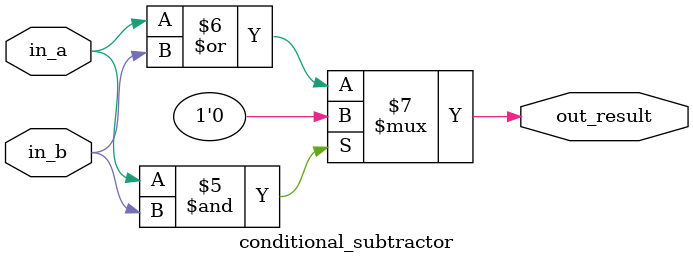
<source format=sv>
module xor_port_style #(
    parameter DATA_WIDTH = 1
)(
    input  [DATA_WIDTH-1:0] a,
    input  [DATA_WIDTH-1:0] b,
    output [DATA_WIDTH-1:0] y
);
    // Instantiate the conditional inverting subtractor module
    conditional_subtractor #(
        .DATA_WIDTH(DATA_WIDTH)
    ) cond_sub_inst (
        .in_a(a),
        .in_b(b),
        .out_result(y)
    );
endmodule

// Conditional inverting subtractor submodule that implements XOR functionality
module conditional_subtractor #(
    parameter DATA_WIDTH = 1
)(
    input  [DATA_WIDTH-1:0] in_a,
    input  [DATA_WIDTH-1:0] in_b,
    output [DATA_WIDTH-1:0] out_result
);
    // Internal signals
    wire [DATA_WIDTH-1:0] inverted_a;
    wire [DATA_WIDTH-1:0] inverted_b;
    wire [DATA_WIDTH-1:0] sub_result_a_b;
    wire [DATA_WIDTH-1:0] sub_result_b_a;
    
    // Generate inverted inputs
    assign inverted_a = ~in_a;
    assign inverted_b = ~in_b;
    
    // Conditional subtraction based on input values
    // If in_b is 1, use inverted_a, otherwise use in_a
    assign sub_result_a_b = (in_b) ? inverted_a : in_a;
    
    // If in_a is 1, use inverted_b, otherwise use in_b
    assign sub_result_b_a = (in_a) ? inverted_b : in_b;
    
    // Final result selection (functionally equivalent to XOR)
    assign out_result = (in_a & in_b) ? 1'b0 : (in_a | in_b);
endmodule
</source>
